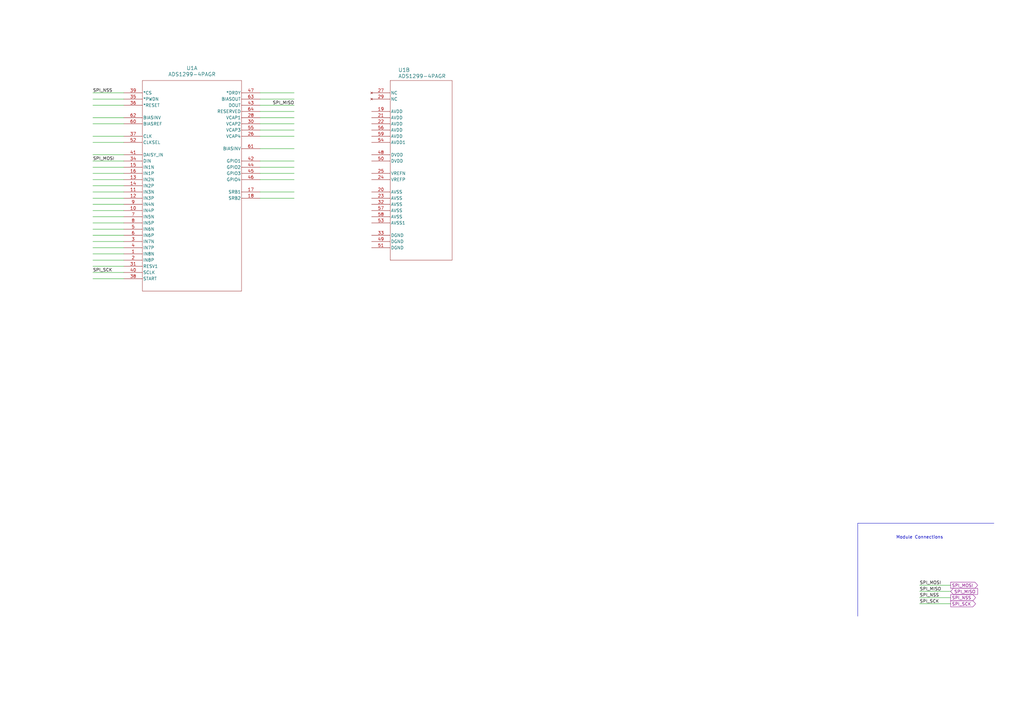
<source format=kicad_sch>
(kicad_sch (version 20231120) (generator "eeschema") (generator_version "8.0")
  (paper "A3")
  (lib_symbols
    (symbol "hands-emg-lib:ADS1299-4PAGR" (pin_names (offset 0.254))
      (property "Reference" "U" (at 27.94 10.16 0))
      (property "Value" "ADS1299-4PAGR" (at 27.94 7.62 0))
      (symbol "ADS1299-4PAGR_1_1"
        (polyline (pts (xy 7.62 -81.28) (xy 48.26 -81.28)) (stroke (width 0.127)))
        (polyline (pts (xy 7.62 5.08) (xy 7.62 -81.28)) (stroke (width 0.127)))
        (polyline (pts (xy 48.26 -81.28) (xy 48.26 5.08)) (stroke (width 0.127)))
        (polyline (pts (xy 48.26 5.08) (xy 7.62 5.08)) (stroke (width 0.127)))
        (pin input line (at 0 -66.04 0) (length 7.62) (name "IN8N") (number "1"))
        (pin input line (at 0 -48.26 0) (length 7.62) (name "IN4P") (number "10"))
        (pin input line (at 0 -40.64 0) (length 7.62) (name "IN3N") (number "11"))
        (pin input line (at 0 -43.18 0) (length 7.62) (name "IN3P") (number "12"))
        (pin input line (at 0 -35.56 0) (length 7.62) (name "IN2N") (number "13"))
        (pin input line (at 0 -38.1 0) (length 7.62) (name "IN2P") (number "14"))
        (pin input line (at 0 -30.48 0) (length 7.62) (name "IN1N") (number "15"))
        (pin input line (at 0 -33.02 0) (length 7.62) (name "IN1P") (number "16"))
        (pin bidirectional line (at 55.88 -40.64 180) (length 7.62) (name "SRB1") (number "17"))
        (pin bidirectional line (at 55.88 -43.18 180) (length 7.62) (name "SRB2") (number "18"))
        (pin input line (at 0 -68.58 0) (length 7.62) (name "IN8P") (number "2"))
        (pin output line (at 55.88 -17.78 180) (length 7.62) (name "VCAP4") (number "26"))
        (pin output line (at 55.88 -10.16 180) (length 7.62) (name "VCAP1") (number "28"))
        (pin input line (at 0 -60.96 0) (length 7.62) (name "IN7N") (number "3"))
        (pin output line (at 55.88 -12.7 180) (length 7.62) (name "VCAP2") (number "30"))
        (pin input line (at 0 -71.12 0) (length 7.62) (name "RESV1") (number "31"))
        (pin input line (at 0 -27.94 0) (length 7.62) (name "DIN") (number "34"))
        (pin input line (at 0 -2.54 0) (length 7.62) (name "*PWDN") (number "35"))
        (pin input line (at 0 -5.08 0) (length 7.62) (name "*RESET") (number "36"))
        (pin input line (at 0 -17.78 0) (length 7.62) (name "CLK") (number "37"))
        (pin input line (at 0 -76.2 0) (length 7.62) (name "START") (number "38"))
        (pin input line (at 0 0 0) (length 7.62) (name "*CS") (number "39"))
        (pin input line (at 0 -63.5 0) (length 7.62) (name "IN7P") (number "4"))
        (pin input line (at 0 -73.66 0) (length 7.62) (name "SCLK") (number "40"))
        (pin input line (at 0 -25.4 0) (length 7.62) (name "DAISY_IN") (number "41"))
        (pin bidirectional line (at 55.88 -27.94 180) (length 7.62) (name "GPIO1") (number "42"))
        (pin output line (at 55.88 -5.08 180) (length 7.62) (name "DOUT") (number "43"))
        (pin bidirectional line (at 55.88 -30.48 180) (length 7.62) (name "GPIO2") (number "44"))
        (pin bidirectional line (at 55.88 -33.02 180) (length 7.62) (name "GPIO3") (number "45"))
        (pin bidirectional line (at 55.88 -35.56 180) (length 7.62) (name "GPIO4") (number "46"))
        (pin output line (at 55.88 0 180) (length 7.62) (name "*DRDY") (number "47"))
        (pin input line (at 0 -55.88 0) (length 7.62) (name "IN6N") (number "5"))
        (pin input line (at 0 -20.32 0) (length 7.62) (name "CLKSEL") (number "52"))
        (pin output line (at 55.88 -15.24 180) (length 7.62) (name "VCAP3") (number "55"))
        (pin input line (at 0 -58.42 0) (length 7.62) (name "IN6P") (number "6"))
        (pin input line (at 0 -12.7 0) (length 7.62) (name "BIASREF") (number "60"))
        (pin bidirectional line (at 55.88 -22.86 180) (length 7.62) (name "BIASINV") (number "61"))
        (pin input line (at 0 -10.16 0) (length 7.62) (name "BIASINV") (number "62"))
        (pin output line (at 55.88 -2.54 180) (length 7.62) (name "BIASOUT") (number "63"))
        (pin output line (at 55.88 -7.62 180) (length 7.62) (name "RESERVED") (number "64"))
        (pin input line (at 0 -50.8 0) (length 7.62) (name "IN5N") (number "7"))
        (pin input line (at 0 -53.34 0) (length 7.62) (name "IN5P") (number "8"))
        (pin input line (at 0 -45.72 0) (length 7.62) (name "IN4N") (number "9"))
      )
      (symbol "ADS1299-4PAGR_2_1"
        (polyline (pts (xy 7.62 -68.58) (xy 33.02 -68.58)) (stroke (width 0.127)))
        (polyline (pts (xy 7.62 5.08) (xy 7.62 -68.58)) (stroke (width 0.127)))
        (polyline (pts (xy 33.02 -68.58) (xy 33.02 5.08)) (stroke (width 0.127)))
        (polyline (pts (xy 33.02 5.08) (xy 7.62 5.08)) (stroke (width 0.127)))
        (pin power_in line (at 0 -7.62 0) (length 7.62) (name "AVDD") (number "19"))
        (pin power_in line (at 0 -40.64 0) (length 7.62) (name "AVSS") (number "20"))
        (pin power_in line (at 0 -10.16 0) (length 7.62) (name "AVDD") (number "21"))
        (pin power_in line (at 0 -12.7 0) (length 7.62) (name "AVDD") (number "22"))
        (pin power_in line (at 0 -43.18 0) (length 7.62) (name "AVSS") (number "23"))
        (pin bidirectional line (at 0 -35.56 0) (length 7.62) (name "VREFP") (number "24"))
        (pin input line (at 0 -33.02 0) (length 7.62) (name "VREFN") (number "25"))
        (pin no_connect line (at 0 0 0) (length 7.62) (name "NC") (number "27"))
        (pin no_connect line (at 0 -2.54 0) (length 7.62) (name "NC") (number "29"))
        (pin power_in line (at 0 -45.72 0) (length 7.62) (name "AVSS") (number "32"))
        (pin power_in line (at 0 -58.42 0) (length 7.62) (name "DGND") (number "33"))
        (pin power_in line (at 0 -25.4 0) (length 7.62) (name "DVDD") (number "48"))
        (pin power_in line (at 0 -60.96 0) (length 7.62) (name "DGND") (number "49"))
        (pin power_in line (at 0 -27.94 0) (length 7.62) (name "DVDD") (number "50"))
        (pin power_in line (at 0 -63.5 0) (length 7.62) (name "DGND") (number "51"))
        (pin power_in line (at 0 -53.34 0) (length 7.62) (name "AVSS1") (number "53"))
        (pin power_in line (at 0 -20.32 0) (length 7.62) (name "AVDD1") (number "54"))
        (pin power_in line (at 0 -15.24 0) (length 7.62) (name "AVDD") (number "56"))
        (pin power_in line (at 0 -48.26 0) (length 7.62) (name "AVSS") (number "57"))
        (pin power_in line (at 0 -50.8 0) (length 7.62) (name "AVSS") (number "58"))
        (pin power_in line (at 0 -17.78 0) (length 7.62) (name "AVDD") (number "59"))
      )
    )
  )
  (wire (pts (xy 38.1 76.2) (xy 50.8 76.2)))
  (wire (pts (xy 38.1 43.18) (xy 50.8 43.18)))
  (wire (pts (xy 38.1 114.3) (xy 50.8 114.3)))
  (wire (pts (xy 38.1 101.6) (xy 50.8 101.6)))
  (polyline (pts (xy 351.79 214.63) (xy 351.79 252.73)))
  (wire (pts (xy 38.1 48.26) (xy 50.8 48.26)))
  (wire (pts (xy 377.19 245.11) (xy 389.89 245.11)))
  (wire (pts (xy 38.1 71.12) (xy 50.8 71.12)))
  (wire (pts (xy 106.68 71.12) (xy 120.65 71.12)))
  (wire (pts (xy 106.68 78.74) (xy 120.65 78.74)))
  (wire (pts (xy 38.1 111.76) (xy 50.8 111.76)))
  (polyline (pts (xy 407.67 214.63) (xy 351.79 214.63)))
  (wire (pts (xy 38.1 91.44) (xy 50.8 91.44)))
  (wire (pts (xy 377.19 240.03) (xy 389.89 240.03)))
  (wire (pts (xy 38.1 104.14) (xy 50.8 104.14)))
  (wire (pts (xy 106.68 40.64) (xy 120.65 40.64)))
  (wire (pts (xy 377.19 247.65) (xy 389.89 247.65)))
  (wire (pts (xy 106.68 48.26) (xy 120.65 48.26)))
  (wire (pts (xy 38.1 73.66) (xy 50.8 73.66)))
  (wire (pts (xy 38.1 83.82) (xy 50.8 83.82)))
  (wire (pts (xy 38.1 93.98) (xy 50.8 93.98)))
  (wire (pts (xy 106.68 66.04) (xy 120.65 66.04)))
  (wire (pts (xy 106.68 55.88) (xy 120.65 55.88)))
  (wire (pts (xy 38.1 50.8) (xy 50.8 50.8)))
  (wire (pts (xy 38.1 66.04) (xy 50.8 66.04)))
  (wire (pts (xy 38.1 78.74) (xy 50.8 78.74)))
  (wire (pts (xy 38.1 55.88) (xy 50.8 55.88)))
  (wire (pts (xy 38.1 109.22) (xy 50.8 109.22)))
  (wire (pts (xy 106.68 38.1) (xy 120.65 38.1)))
  (wire (pts (xy 106.68 68.58) (xy 120.65 68.58)))
  (wire (pts (xy 38.1 81.28) (xy 50.8 81.28)))
  (wire (pts (xy 106.68 45.72) (xy 120.65 45.72)))
  (wire (pts (xy 106.68 73.66) (xy 120.65 73.66)))
  (wire (pts (xy 38.1 106.68) (xy 50.8 106.68)))
  (wire (pts (xy 38.1 88.9) (xy 50.8 88.9)))
  (wire (pts (xy 38.1 96.52) (xy 50.8 96.52)))
  (wire (pts (xy 106.68 43.18) (xy 120.65 43.18)))
  (wire (pts (xy 38.1 99.06) (xy 50.8 99.06)))
  (wire (pts (xy 38.1 68.58) (xy 50.8 68.58)))
  (wire (pts (xy 106.68 53.34) (xy 120.65 53.34)))
  (wire (pts (xy 106.68 81.28) (xy 120.65 81.28)))
  (wire (pts (xy 38.1 63.5) (xy 50.8 63.5)))
  (wire (pts (xy 377.19 242.57) (xy 389.89 242.57)))
  (wire (pts (xy 106.68 50.8) (xy 120.65 50.8)))
  (wire (pts (xy 38.1 58.42) (xy 50.8 58.42)))
  (wire (pts (xy 38.1 40.64) (xy 50.8 40.64)))
  (wire (pts (xy 38.1 38.1) (xy 50.8 38.1)))
  (wire (pts (xy 106.68 60.96) (xy 120.65 60.96)))
  (wire (pts (xy 38.1 86.36) (xy 50.8 86.36)))
  (text "Module Connections" (at 377.19 220.472 0) (effects (font (size 1.27 1.27))))
  (label "SPI_MOSI" (at 377.19 240.03 0))
  (label "SPI_MOSI" (at 38.1 66.04 0))
  (label "SPI_SCK" (at 38.1 111.76 0))
  (label "SPI_SCK" (at 377.19 247.65 0))
  (label "SPI_NSS" (at 38.1 38.1 0))
  (label "SPI_MISO" (at 377.19 242.57 0))
  (label "SPI_MISO" (at 120.65 43.18 180))
  (label "SPI_NSS" (at 377.19 245.11 0))
  (global_label "SPI_MISO" (shape input) (at 389.89 242.57 0) (property "Intersheetrefs" "${INTERSHEET_REFS}" (effects (hide yes))))
  (global_label "SPI_SCK" (shape output) (at 389.89 247.65 0) (property "Intersheetrefs" "${INTERSHEET_REFS}" (effects (hide yes))))
  (global_label "SPI_NSS" (shape output) (at 389.89 245.11 0) (property "Intersheetrefs" "${INTERSHEET_REFS}" (effects (hide yes))))
  (global_label "SPI_MOSI" (shape output) (at 389.89 240.03 0) (property "Intersheetrefs" "${INTERSHEET_REFS}" (effects (hide yes))))
  (symbol (lib_id "hands-emg-lib:ADS1299-4PAGR") (at 50.8 38.1 0) (unit 1)
    (property "Reference" "U1" (at 78.74 27.94 0) (effects (font (size 1.524 1.524))))
    (property "Value" "ADS1299-4PAGR" (at 78.74 30.48 0) (effects (font (size 1.524 1.524))))
    (property "Footprint" "hands-emg-lib:ADS1299-4PAGR" (effects (hide yes)))
    (property "Datasheet" "https://www.ti.com/lit/ds/symlink/ads1299-4.pdf" (effects (hide yes)))
    (property "Description" "4 Channel AFE 24 Bit 24 mW 64-TQFP (10x10)" (effects (hide yes)))
    (property "Procurement" "https://www.digikey.com/en/products/detail/texas-instruments/ADS1299-4PAGR/6590685" (effects (hide yes)))
  )
  (symbol (lib_id "hands-emg-lib:ADS1299-4PAGR") (at 152.4 38.1 0) (unit 2)
    (property "Reference" "U1" (at 163.322 28.702 0) (effects (font (size 1.524 1.524)) (justify left)))
    (property "Value" "ADS1299-4PAGR" (at 163.322 31.242 0) (effects (font (size 1.524 1.524)) (justify left)))
    (property "Footprint" "hands-emg-lib:ADS1299-4PAGR" (effects (hide yes)))
    (property "Datasheet" "https://www.ti.com/lit/ds/symlink/ads1299-4.pdf" (effects (hide yes)))
    (property "Description" "4 Channel AFE 24 Bit 24 mW 64-TQFP (10x10)" (effects (hide yes)))
    (property "Procurement" "https://www.digikey.com/en/products/detail/texas-instruments/ADS1299-4PAGR/6590685" (effects (hide yes)))
  )
)
</source>
